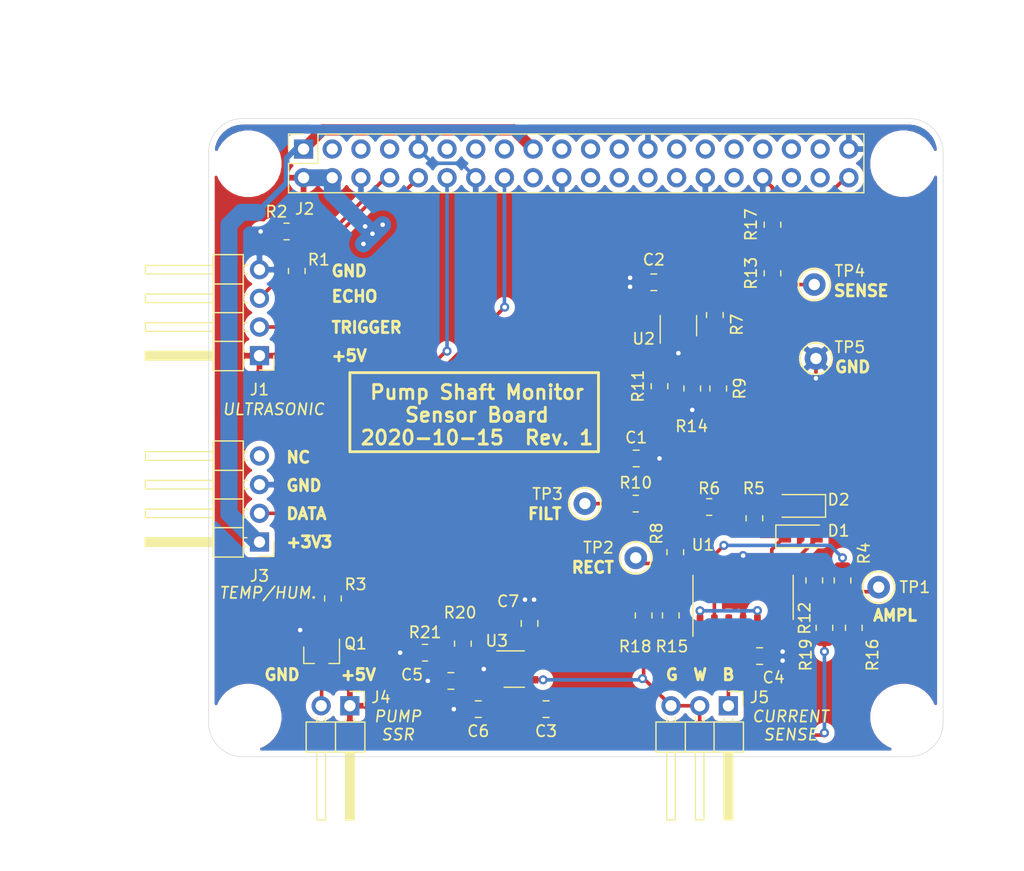
<source format=kicad_pcb>
(kicad_pcb (version 20171130) (host pcbnew 5.1.7)
  (layers (0 F.Cu signal) (31 B.Cu signal) (34 B.Paste user) (35 F.Paste user) (36 B.SilkS user) (37 F.SilkS user) (38 B.Mask user) (39 F.Mask user) (44 Edge.Cuts user))
  (net 0 "")
  (net 1 "Net-(C1-Pad1)")
  (net 2 GND)
  (net 3 "Net-(D1-Pad1)")
  (net 4 "Net-(D1-Pad2)")
  (net 5 "Net-(D2-Pad1)")
  (net 6 +2V5)
  (net 7 +5V)
  (net 8 "Net-(J2-Pad3)")
  (net 9 "Net-(J2-Pad5)")
  (net 10 "Net-(J2-Pad7)")
  (net 11 "Net-(J2-Pad11)")
  (net 12 "Net-(J2-Pad13)")
  (net 13 "Net-(J2-Pad15)")
  (net 14 "Net-(J2-Pad19)")
  (net 15 "Net-(J2-Pad22)")
  (net 16 "Net-(J2-Pad23)")
  (net 17 "Net-(J2-Pad24)")
  (net 18 "Net-(J2-Pad26)")
  (net 19 "Net-(J2-Pad27)")
  (net 20 "Net-(J2-Pad28)")
  (net 21 "Net-(J2-Pad29)")
  (net 22 "Net-(J2-Pad31)")
  (net 23 "Net-(J2-Pad33)")
  (net 24 "Net-(J2-Pad36)")
  (net 25 "Net-(J2-Pad37)")
  (net 26 "Net-(J2-Pad38)")
  (net 27 CURRENT_SENSE)
  (net 28 "Net-(R10-Pad2)")
  (net 29 "Net-(R11-Pad1)")
  (net 30 "Net-(R12-Pad2)")
  (net 31 "Net-(C5-Pad1)")
  (net 32 ULTRASONIC_TRIGGER)
  (net 33 "Net-(J1-Pad3)")
  (net 34 +3V3)
  (net 35 ULTRASONIC_ECHO)
  (net 36 TEMP_HUMIDITY)
  (net 37 SSR)
  (net 38 "Net-(J3-Pad4)")
  (net 39 "Net-(J4-Pad2)")
  (net 40 /current_sense/ROGOWSKI_COIL+)
  (net 41 "Net-(Q1-Pad1)")
  (net 42 "Net-(R4-Pad1)")
  (net 43 "Net-(R13-Pad2)")
  (net 44 "Net-(R14-Pad2)")
  (net 45 "Net-(R15-Pad1)")
  (net 46 "Net-(R15-Pad2)")
  (net 47 "Net-(R16-Pad2)")
  (net 48 "Net-(J2-Pad18)")
  (net 49 "Net-(J2-Pad21)")
  (net 50 "Net-(J2-Pad32)")
  (net 51 "Net-(J2-Pad35)")
  (module Resistor_SMD:R_0805_2012Metric_Pad1.20x1.40mm_HandSolder (layer F.Cu) (at 164.5 130.1 90)
    (fp_text reference R19 (at -2.4 -1.65 90) (layer F.SilkS))
    (fp_text value 1K hide)
    (pad 1 smd roundrect (at -1 0 90) (size 1.2 1.4) (layers F.Cu F.Paste F.Mask) (roundrect_rratio 0.208333) (net 6 +2V5))
    (pad 2 smd roundrect (at 1 0 90) (size 1.2 1.4) (layers F.Cu F.Paste F.Mask) (roundrect_rratio 0.208333) (net 47 "Net-(R16-Pad2)"))
  )
  (module Resistor_SMD:R_0805_2012Metric_Pad1.20x1.40mm_HandSolder (layer F.Cu) (at 117.8 98.5 90)
    (fp_text reference R1 (at 1 1.95 180) (layer F.SilkS))
    (fp_text value 12K hide)
    (pad 1 smd roundrect (at -1 0 90) (size 1.2 1.4) (layers F.Cu F.Paste F.Mask) (roundrect_rratio 0.208333) (net 33 "Net-(J1-Pad3)"))
    (pad 2 smd roundrect (at 1 0 90) (size 1.2 1.4) (layers F.Cu F.Paste F.Mask) (roundrect_rratio 0.208333) (net 35 ULTRASONIC_ECHO))
  )
  (module MountingHole:MountingHole_2.7mm_M2.5 (layer F.Cu) (at 113.5 89)
    (fp_text reference H1 hide)
    (fp_text value MountingHole hide)
    (pad 1 np_thru_hole circle (at 0 0) (size 2.7 2.7) (drill 2.7) (layers *.Cu *.Mask))
  )
  (module MountingHole:MountingHole_2.7mm_M2.5 (layer F.Cu) (at 171.5 89)
    (fp_text reference H3 hide)
    (fp_text value MountingHole hide)
    (pad 1 np_thru_hole circle (at 0 0) (size 2.7 2.7) (drill 2.7) (layers *.Cu *.Mask))
  )
  (module MountingHole:MountingHole_2.7mm_M2.5 (layer F.Cu) (at 113.5 138)
    (fp_text reference H2 hide)
    (fp_text value MountingHole hide)
    (pad 1 np_thru_hole circle (at 0 0) (size 2.7 2.7) (drill 2.7) (layers *.Cu *.Mask))
  )
  (module MountingHole:MountingHole_2.7mm_M2.5 (layer F.Cu) (at 171.5 138)
    (fp_text reference H4 hide)
    (fp_text value MountingHole hide)
    (pad 1 np_thru_hole circle (at 0 0) (size 2.7 2.7) (drill 2.7) (layers *.Cu *.Mask))
  )
  (module Capacitor_SMD:C_0805_2012Metric_Pad1.18x1.45mm_HandSolder (layer F.Cu) (at 147.8375 115.1)
    (fp_text reference C1 (at 0 -1.85) (layer F.SilkS))
    (fp_text value 1U hide)
    (pad 2 smd roundrect (at 1.0375 0) (size 1.175 1.45) (layers F.Cu F.Paste F.Mask) (roundrect_rratio 0.212766) (net 2 GND))
    (pad 1 smd roundrect (at -1.0375 0) (size 1.175 1.45) (layers F.Cu F.Paste F.Mask) (roundrect_rratio 0.212766) (net 1 "Net-(C1-Pad1)"))
  )
  (module Capacitor_SMD:C_0805_2012Metric_Pad1.18x1.45mm_HandSolder (layer F.Cu) (at 149.4 99.5 180)
    (fp_text reference C2 (at 0 2) (layer F.SilkS))
    (fp_text value 0.1U hide)
    (pad 2 smd roundrect (at 1.0375 0 180) (size 1.175 1.45) (layers F.Cu F.Paste F.Mask) (roundrect_rratio 0.212766) (net 2 GND))
    (pad 1 smd roundrect (at -1.0375 0 180) (size 1.175 1.45) (layers F.Cu F.Paste F.Mask) (roundrect_rratio 0.212766) (net 7 +5V))
  )
  (module Capacitor_SMD:C_0805_2012Metric_Pad1.18x1.45mm_HandSolder (layer F.Cu) (at 139.8625 137.3 180)
    (fp_text reference C3 (at 0 -1.95) (layer F.SilkS))
    (fp_text value 1U hide)
    (pad 1 smd roundrect (at -1.0375 0 180) (size 1.175 1.45) (layers F.Cu F.Paste F.Mask) (roundrect_rratio 0.212766) (net 7 +5V))
    (pad 2 smd roundrect (at 1.0375 0 180) (size 1.175 1.45) (layers F.Cu F.Paste F.Mask) (roundrect_rratio 0.212766) (net 6 +2V5))
  )
  (module Capacitor_SMD:C_0805_2012Metric_Pad1.18x1.45mm_HandSolder (layer F.Cu) (at 158.7625 132.6)
    (fp_text reference C4 (at 1.2375 1.9) (layer F.SilkS))
    (fp_text value 0.1U hide)
    (pad 1 smd roundrect (at -1.0375 0) (size 1.175 1.45) (layers F.Cu F.Paste F.Mask) (roundrect_rratio 0.212766) (net 7 +5V))
    (pad 2 smd roundrect (at 1.0375 0) (size 1.175 1.45) (layers F.Cu F.Paste F.Mask) (roundrect_rratio 0.212766) (net 2 GND))
  )
  (module Capacitor_SMD:C_0805_2012Metric_Pad1.18x1.45mm_HandSolder (layer F.Cu) (at 131.4375 134.8 180)
    (fp_text reference C5 (at 3.4375 0.55) (layer F.SilkS))
    (fp_text value 0.1U hide)
    (pad 1 smd roundrect (at -1.0375 0 180) (size 1.175 1.45) (layers F.Cu F.Paste F.Mask) (roundrect_rratio 0.212766) (net 31 "Net-(C5-Pad1)"))
    (pad 2 smd roundrect (at 1.0375 0 180) (size 1.175 1.45) (layers F.Cu F.Paste F.Mask) (roundrect_rratio 0.212766) (net 2 GND))
  )
  (module Capacitor_SMD:C_0805_2012Metric_Pad1.18x1.45mm_HandSolder (layer F.Cu) (at 133.8625 137.3 180)
    (fp_text reference C6 (at 0 -1.95) (layer F.SilkS))
    (fp_text value 1U hide)
    (pad 2 smd roundrect (at 1.0375 0 180) (size 1.175 1.45) (layers F.Cu F.Paste F.Mask) (roundrect_rratio 0.212766) (net 2 GND))
    (pad 1 smd roundrect (at -1.0375 0 180) (size 1.175 1.45) (layers F.Cu F.Paste F.Mask) (roundrect_rratio 0.212766) (net 6 +2V5))
  )
  (module Diode_SMD:D_SOD-123F (layer F.Cu) (at 162.4 119.3 180)
    (fp_text reference D1 (at -3.35 -2.2) (layer F.SilkS))
    (fp_text value 1N914 hide)
    (pad 1 smd rect (at -1.4 0 180) (size 1.1 1.1) (layers F.Cu F.Paste F.Mask) (net 3 "Net-(D1-Pad1)"))
    (pad 2 smd rect (at 1.4 0 180) (size 1.1 1.1) (layers F.Cu F.Paste F.Mask) (net 4 "Net-(D1-Pad2)"))
  )
  (module Diode_SMD:D_SOD-123F (layer F.Cu) (at 162.4 122)
    (fp_text reference D2 (at 3.35 -3.25) (layer F.SilkS))
    (fp_text value 1N914 hide)
    (pad 2 smd rect (at 1.4 0) (size 1.1 1.1) (layers F.Cu F.Paste F.Mask) (net 3 "Net-(D1-Pad1)"))
    (pad 1 smd rect (at -1.4 0) (size 1.1 1.1) (layers F.Cu F.Paste F.Mask) (net 5 "Net-(D2-Pad1)"))
  )
  (module Connector_PinHeader_2.54mm:PinHeader_1x04_P2.54mm_Horizontal (layer F.Cu) (at 114.5 106 180)
    (fp_text reference J1 (at 0 -3) (layer F.SilkS))
    (fp_text value Conn_01x04 hide)
    (pad 1 thru_hole rect (at 0 0 180) (size 1.7 1.7) (drill 1) (layers *.Cu *.Mask) (net 7 +5V))
    (pad 2 thru_hole oval (at 0 2.54 180) (size 1.7 1.7) (drill 1) (layers *.Cu *.Mask) (net 32 ULTRASONIC_TRIGGER))
    (pad 3 thru_hole oval (at 0 5.08 180) (size 1.7 1.7) (drill 1) (layers *.Cu *.Mask) (net 33 "Net-(J1-Pad3)"))
    (pad 4 thru_hole oval (at 0 7.62 180) (size 1.7 1.7) (drill 1) (layers *.Cu *.Mask) (net 2 GND))
  )
  (module Connector_PinSocket_2.54mm:PinSocket_2x20_P2.54mm_Vertical (layer F.Cu) (at 118.4 87.7 90)
    (fp_text reference J2 (at -5.3 0.1) (layer F.SilkS))
    (fp_text value RPI_HAT hide)
    (pad 1 thru_hole rect (at 0 0 90) (size 1.7 1.7) (drill 1) (layers *.Cu *.Mask) (net 34 +3V3))
    (pad 2 thru_hole oval (at -2.54 0 90) (size 1.7 1.7) (drill 1) (layers *.Cu *.Mask) (net 7 +5V))
    (pad 3 thru_hole oval (at 0 2.54 90) (size 1.7 1.7) (drill 1) (layers *.Cu *.Mask) (net 8 "Net-(J2-Pad3)"))
    (pad 4 thru_hole oval (at -2.54 2.54 90) (size 1.7 1.7) (drill 1) (layers *.Cu *.Mask) (net 7 +5V))
    (pad 5 thru_hole oval (at 0 5.08 90) (size 1.7 1.7) (drill 1) (layers *.Cu *.Mask) (net 9 "Net-(J2-Pad5)"))
    (pad 6 thru_hole oval (at -2.54 5.08 90) (size 1.7 1.7) (drill 1) (layers *.Cu *.Mask) (net 2 GND))
    (pad 7 thru_hole oval (at 0 7.62 90) (size 1.7 1.7) (drill 1) (layers *.Cu *.Mask) (net 10 "Net-(J2-Pad7)"))
    (pad 8 thru_hole oval (at -2.54 7.62 90) (size 1.7 1.7) (drill 1) (layers *.Cu *.Mask) (net 35 ULTRASONIC_ECHO))
    (pad 9 thru_hole oval (at 0 10.16 90) (size 1.7 1.7) (drill 1) (layers *.Cu *.Mask) (net 2 GND))
    (pad 10 thru_hole oval (at -2.54 10.16 90) (size 1.7 1.7) (drill 1) (layers *.Cu *.Mask) (net 32 ULTRASONIC_TRIGGER))
    (pad 11 thru_hole oval (at 0 12.7 90) (size 1.7 1.7) (drill 1) (layers *.Cu *.Mask) (net 11 "Net-(J2-Pad11)"))
    (pad 12 thru_hole oval (at -2.54 12.7 90) (size 1.7 1.7) (drill 1) (layers *.Cu *.Mask) (net 36 TEMP_HUMIDITY))
    (pad 13 thru_hole oval (at 0 15.24 90) (size 1.7 1.7) (drill 1) (layers *.Cu *.Mask) (net 12 "Net-(J2-Pad13)"))
    (pad 14 thru_hole oval (at -2.54 15.24 90) (size 1.7 1.7) (drill 1) (layers *.Cu *.Mask) (net 2 GND))
    (pad 15 thru_hole oval (at 0 17.78 90) (size 1.7 1.7) (drill 1) (layers *.Cu *.Mask) (net 13 "Net-(J2-Pad15)"))
    (pad 16 thru_hole oval (at -2.54 17.78 90) (size 1.7 1.7) (drill 1) (layers *.Cu *.Mask) (net 37 SSR))
    (pad 17 thru_hole oval (at 0 20.32 90) (size 1.7 1.7) (drill 1) (layers *.Cu *.Mask) (net 34 +3V3))
    (pad 18 thru_hole oval (at -2.54 20.32 90) (size 1.7 1.7) (drill 1) (layers *.Cu *.Mask) (net 48 "Net-(J2-Pad18)"))
    (pad 19 thru_hole oval (at 0 22.86 90) (size 1.7 1.7) (drill 1) (layers *.Cu *.Mask) (net 14 "Net-(J2-Pad19)"))
    (pad 20 thru_hole oval (at -2.54 22.86 90) (size 1.7 1.7) (drill 1) (layers *.Cu *.Mask) (net 2 GND))
    (pad 21 thru_hole oval (at 0 25.4 90) (size 1.7 1.7) (drill 1) (layers *.Cu *.Mask) (net 49 "Net-(J2-Pad21)"))
    (pad 22 thru_hole oval (at -2.54 25.4 90) (size 1.7 1.7) (drill 1) (layers *.Cu *.Mask) (net 15 "Net-(J2-Pad22)"))
    (pad 23 thru_hole oval (at 0 27.94 90) (size 1.7 1.7) (drill 1) (layers *.Cu *.Mask) (net 16 "Net-(J2-Pad23)"))
    (pad 24 thru_hole oval (at -2.54 27.94 90) (size 1.7 1.7) (drill 1) (layers *.Cu *.Mask) (net 17 "Net-(J2-Pad24)"))
    (pad 25 thru_hole oval (at 0 30.48 90) (size 1.7 1.7) (drill 1) (layers *.Cu *.Mask) (net 2 GND))
    (pad 26 thru_hole oval (at -2.54 30.48 90) (size 1.7 1.7) (drill 1) (layers *.Cu *.Mask) (net 18 "Net-(J2-Pad26)"))
    (pad 27 thru_hole oval (at 0 33.02 90) (size 1.7 1.7) (drill 1) (layers *.Cu *.Mask) (net 19 "Net-(J2-Pad27)"))
    (pad 28 thru_hole oval (at -2.54 33.02 90) (size 1.7 1.7) (drill 1) (layers *.Cu *.Mask) (net 20 "Net-(J2-Pad28)"))
    (pad 29 thru_hole oval (at 0 35.56 90) (size 1.7 1.7) (drill 1) (layers *.Cu *.Mask) (net 21 "Net-(J2-Pad29)"))
    (pad 30 thru_hole oval (at -2.54 35.56 90) (size 1.7 1.7) (drill 1) (layers *.Cu *.Mask) (net 2 GND))
    (pad 31 thru_hole oval (at 0 38.1 90) (size 1.7 1.7) (drill 1) (layers *.Cu *.Mask) (net 22 "Net-(J2-Pad31)"))
    (pad 32 thru_hole oval (at -2.54 38.1 90) (size 1.7 1.7) (drill 1) (layers *.Cu *.Mask) (net 50 "Net-(J2-Pad32)"))
    (pad 33 thru_hole oval (at 0 40.64 90) (size 1.7 1.7) (drill 1) (layers *.Cu *.Mask) (net 23 "Net-(J2-Pad33)"))
    (pad 34 thru_hole oval (at -2.54 40.64 90) (size 1.7 1.7) (drill 1) (layers *.Cu *.Mask) (net 2 GND))
    (pad 35 thru_hole oval (at 0 43.18 90) (size 1.7 1.7) (drill 1) (layers *.Cu *.Mask) (net 51 "Net-(J2-Pad35)"))
    (pad 36 thru_hole oval (at -2.54 43.18 90) (size 1.7 1.7) (drill 1) (layers *.Cu *.Mask) (net 24 "Net-(J2-Pad36)"))
    (pad 37 thru_hole oval (at 0 45.72 90) (size 1.7 1.7) (drill 1) (layers *.Cu *.Mask) (net 25 "Net-(J2-Pad37)"))
    (pad 38 thru_hole oval (at -2.54 45.72 90) (size 1.7 1.7) (drill 1) (layers *.Cu *.Mask) (net 26 "Net-(J2-Pad38)"))
    (pad 39 thru_hole oval (at 0 48.26 90) (size 1.7 1.7) (drill 1) (layers *.Cu *.Mask) (net 2 GND))
    (pad 40 thru_hole oval (at -2.54 48.26 90) (size 1.7 1.7) (drill 1) (layers *.Cu *.Mask) (net 27 CURRENT_SENSE))
  )
  (module Connector_PinHeader_2.54mm:PinHeader_1x04_P2.54mm_Horizontal (layer F.Cu) (at 114.5 122.5 180)
    (fp_text reference J3 (at 0 -3) (layer F.SilkS))
    (fp_text value Conn_01x04 hide)
    (pad 4 thru_hole oval (at 0 7.62 180) (size 1.7 1.7) (drill 1) (layers *.Cu *.Mask) (net 38 "Net-(J3-Pad4)"))
    (pad 3 thru_hole oval (at 0 5.08 180) (size 1.7 1.7) (drill 1) (layers *.Cu *.Mask) (net 2 GND))
    (pad 2 thru_hole oval (at 0 2.54 180) (size 1.7 1.7) (drill 1) (layers *.Cu *.Mask) (net 36 TEMP_HUMIDITY))
    (pad 1 thru_hole rect (at 0 0 180) (size 1.7 1.7) (drill 1) (layers *.Cu *.Mask) (net 34 +3V3))
  )
  (module Connector_PinHeader_2.54mm:PinHeader_1x02_P2.54mm_Horizontal (layer F.Cu) (at 122.5 137 270)
    (fp_text reference J4 (at -0.75 -2.75 180) (layer F.SilkS))
    (fp_text value Conn_01x02 hide)
    (pad 1 thru_hole rect (at 0 0 270) (size 1.7 1.7) (drill 1) (layers *.Cu *.Mask) (net 7 +5V))
    (pad 2 thru_hole oval (at 0 2.54 270) (size 1.7 1.7) (drill 1) (layers *.Cu *.Mask) (net 39 "Net-(J4-Pad2)"))
  )
  (module Connector_PinHeader_2.54mm:PinHeader_1x03_P2.54mm_Horizontal (layer F.Cu) (at 156 137 270)
    (fp_text reference J5 (at -0.75 -2.75 180) (layer F.SilkS))
    (fp_text value Conn_01x03 hide)
    (pad 1 thru_hole rect (at 0 0 270) (size 1.7 1.7) (drill 1) (layers *.Cu *.Mask) (net 40 /current_sense/ROGOWSKI_COIL+))
    (pad 2 thru_hole oval (at 0 2.54 270) (size 1.7 1.7) (drill 1) (layers *.Cu *.Mask) (net 6 +2V5))
    (pad 3 thru_hole oval (at 0 5.08 270) (size 1.7 1.7) (drill 1) (layers *.Cu *.Mask) (net 6 +2V5))
  )
  (module Package_TO_SOT_SMD:SOT-23 (layer F.Cu) (at 120 132.5 270)
    (fp_text reference Q1 (at -1 -3 180) (layer F.SilkS))
    (fp_text value 2N7002 hide)
    (pad 1 smd rect (at -1 -0.95 270) (size 0.9 0.8) (layers F.Cu F.Paste F.Mask) (net 41 "Net-(Q1-Pad1)"))
    (pad 2 smd rect (at -1 0.95 270) (size 0.9 0.8) (layers F.Cu F.Paste F.Mask) (net 2 GND))
    (pad 3 smd rect (at 1 0 270) (size 0.9 0.8) (layers F.Cu F.Paste F.Mask) (net 39 "Net-(J4-Pad2)"))
  )
  (module Resistor_SMD:R_0805_2012Metric_Pad1.20x1.40mm_HandSolder (layer F.Cu) (at 116.9 95 180)
    (fp_text reference R2 (at 0.9 1.75) (layer F.SilkS))
    (fp_text value 22K hide)
    (pad 2 smd roundrect (at 1 0 180) (size 1.2 1.4) (layers F.Cu F.Paste F.Mask) (roundrect_rratio 0.208333) (net 2 GND))
    (pad 1 smd roundrect (at -1 0 180) (size 1.2 1.4) (layers F.Cu F.Paste F.Mask) (roundrect_rratio 0.208333) (net 35 ULTRASONIC_ECHO))
  )
  (module Resistor_SMD:R_0805_2012Metric_Pad1.20x1.40mm_HandSolder (layer F.Cu) (at 121 127.5 90)
    (fp_text reference R3 (at 1.25 2 180) (layer F.SilkS))
    (fp_text value 1K hide)
    (pad 1 smd roundrect (at -1 0 90) (size 1.2 1.4) (layers F.Cu F.Paste F.Mask) (roundrect_rratio 0.208333) (net 41 "Net-(Q1-Pad1)"))
    (pad 2 smd roundrect (at 1 0 90) (size 1.2 1.4) (layers F.Cu F.Paste F.Mask) (roundrect_rratio 0.208333) (net 37 SSR))
  )
  (module Resistor_SMD:R_0805_2012Metric_Pad1.20x1.40mm_HandSolder (layer F.Cu) (at 166.1 125.9 270)
    (fp_text reference R4 (at -2.4 -1.9 90) (layer F.SilkS))
    (fp_text value 10K hide)
    (pad 2 smd roundrect (at 1 0 270) (size 1.2 1.4) (layers F.Cu F.Paste F.Mask) (roundrect_rratio 0.208333) (net 30 "Net-(R12-Pad2)"))
    (pad 1 smd roundrect (at -1 0 270) (size 1.2 1.4) (layers F.Cu F.Paste F.Mask) (roundrect_rratio 0.208333) (net 42 "Net-(R4-Pad1)"))
  )
  (module Resistor_SMD:R_0805_2012Metric_Pad1.20x1.40mm_HandSolder (layer F.Cu) (at 158.3 120.4 270)
    (fp_text reference R5 (at -2.65 0.05 180) (layer F.SilkS))
    (fp_text value 10K hide)
    (pad 1 smd roundrect (at -1 0 270) (size 1.2 1.4) (layers F.Cu F.Paste F.Mask) (roundrect_rratio 0.208333) (net 4 "Net-(D1-Pad2)"))
    (pad 2 smd roundrect (at 1 0 270) (size 1.2 1.4) (layers F.Cu F.Paste F.Mask) (roundrect_rratio 0.208333) (net 5 "Net-(D2-Pad1)"))
  )
  (module Resistor_SMD:R_0805_2012Metric_Pad1.20x1.40mm_HandSolder (layer F.Cu) (at 154.3 119.4)
    (fp_text reference R6 (at 0 -1.65) (layer F.SilkS))
    (fp_text value 5K hide)
    (pad 2 smd roundrect (at 1 0) (size 1.2 1.4) (layers F.Cu F.Paste F.Mask) (roundrect_rratio 0.208333) (net 4 "Net-(D1-Pad2)"))
    (pad 1 smd roundrect (at -1 0) (size 1.2 1.4) (layers F.Cu F.Paste F.Mask) (roundrect_rratio 0.208333) (net 42 "Net-(R4-Pad1)"))
  )
  (module Resistor_SMD:R_0805_2012Metric_Pad1.20x1.40mm_HandSolder (layer F.Cu) (at 154.8 102.4 270)
    (fp_text reference R7 (at 0.85 -1.95 90) (layer F.SilkS))
    (fp_text value 330K hide)
    (pad 1 smd roundrect (at -1 0 270) (size 1.2 1.4) (layers F.Cu F.Paste F.Mask) (roundrect_rratio 0.208333) (net 43 "Net-(R13-Pad2)"))
    (pad 2 smd roundrect (at 1 0 270) (size 1.2 1.4) (layers F.Cu F.Paste F.Mask) (roundrect_rratio 0.208333) (net 29 "Net-(R11-Pad1)"))
  )
  (module Resistor_SMD:R_0805_2012Metric_Pad1.20x1.40mm_HandSolder (layer F.Cu) (at 151.3 123.4 90)
    (fp_text reference R8 (at 1.65 -1.65 90) (layer F.SilkS))
    (fp_text value 10K hide)
    (pad 2 smd roundrect (at 1 0 90) (size 1.2 1.4) (layers F.Cu F.Paste F.Mask) (roundrect_rratio 0.208333) (net 42 "Net-(R4-Pad1)"))
    (pad 1 smd roundrect (at -1 0 90) (size 1.2 1.4) (layers F.Cu F.Paste F.Mask) (roundrect_rratio 0.208333) (net 28 "Net-(R10-Pad2)"))
  )
  (module Resistor_SMD:R_0805_2012Metric_Pad1.20x1.40mm_HandSolder (layer F.Cu) (at 155.1 108.9 270)
    (fp_text reference R9 (at 0 -1.9 90) (layer F.SilkS))
    (fp_text value 18K hide)
    (pad 2 smd roundrect (at 1 0 270) (size 1.2 1.4) (layers F.Cu F.Paste F.Mask) (roundrect_rratio 0.208333) (net 7 +5V))
    (pad 1 smd roundrect (at -1 0 270) (size 1.2 1.4) (layers F.Cu F.Paste F.Mask) (roundrect_rratio 0.208333) (net 44 "Net-(R14-Pad2)"))
  )
  (module Resistor_SMD:R_0805_2012Metric_Pad1.20x1.40mm_HandSolder (layer F.Cu) (at 147.8 119.1)
    (fp_text reference R10 (at 0 -1.85) (layer F.SilkS))
    (fp_text value 10K hide)
    (pad 1 smd roundrect (at -1 0) (size 1.2 1.4) (layers F.Cu F.Paste F.Mask) (roundrect_rratio 0.208333) (net 1 "Net-(C1-Pad1)"))
    (pad 2 smd roundrect (at 1 0) (size 1.2 1.4) (layers F.Cu F.Paste F.Mask) (roundrect_rratio 0.208333) (net 28 "Net-(R10-Pad2)"))
  )
  (module Resistor_SMD:R_0805_2012Metric_Pad1.20x1.40mm_HandSolder (layer F.Cu) (at 149.9 108.7 270)
    (fp_text reference R11 (at 0 1.9 90) (layer F.SilkS))
    (fp_text value 6.8K hide)
    (pad 2 smd roundrect (at 1 0 270) (size 1.2 1.4) (layers F.Cu F.Paste F.Mask) (roundrect_rratio 0.208333) (net 1 "Net-(C1-Pad1)"))
    (pad 1 smd roundrect (at -1 0 270) (size 1.2 1.4) (layers F.Cu F.Paste F.Mask) (roundrect_rratio 0.208333) (net 29 "Net-(R11-Pad1)"))
  )
  (module Resistor_SMD:R_0805_2012Metric_Pad1.20x1.40mm_HandSolder (layer F.Cu) (at 163.6 125.9 270)
    (fp_text reference R12 (at 3.35 0.85 270) (layer F.SilkS))
    (fp_text value 10K hide)
    (pad 2 smd roundrect (at 1 0 270) (size 1.2 1.4) (layers F.Cu F.Paste F.Mask) (roundrect_rratio 0.208333) (net 30 "Net-(R12-Pad2)"))
    (pad 1 smd roundrect (at -1 0 270) (size 1.2 1.4) (layers F.Cu F.Paste F.Mask) (roundrect_rratio 0.208333) (net 5 "Net-(D2-Pad1)"))
  )
  (module Resistor_SMD:R_0805_2012Metric_Pad1.20x1.40mm_HandSolder (layer F.Cu) (at 159.9 98.7 270)
    (fp_text reference R13 (at 0 1.9 90) (layer F.SilkS))
    (fp_text value 12K hide)
    (pad 2 smd roundrect (at 1 0 270) (size 1.2 1.4) (layers F.Cu F.Paste F.Mask) (roundrect_rratio 0.208333) (net 43 "Net-(R13-Pad2)"))
    (pad 1 smd roundrect (at -1 0 270) (size 1.2 1.4) (layers F.Cu F.Paste F.Mask) (roundrect_rratio 0.208333) (net 27 CURRENT_SENSE))
  )
  (module Resistor_SMD:R_0805_2012Metric_Pad1.20x1.40mm_HandSolder (layer F.Cu) (at 152.8 108.9 90)
    (fp_text reference R14 (at -3.35 -0.05 180) (layer F.SilkS))
    (fp_text value 22K hide)
    (pad 1 smd roundrect (at -1 0 90) (size 1.2 1.4) (layers F.Cu F.Paste F.Mask) (roundrect_rratio 0.208333) (net 2 GND))
    (pad 2 smd roundrect (at 1 0 90) (size 1.2 1.4) (layers F.Cu F.Paste F.Mask) (roundrect_rratio 0.208333) (net 44 "Net-(R14-Pad2)"))
  )
  (module Resistor_SMD:R_0805_2012Metric_Pad1.20x1.40mm_HandSolder (layer F.Cu) (at 150.9 129 90)
    (fp_text reference R15 (at -2.75 0.1) (layer F.SilkS))
    (fp_text value 47K hide)
    (pad 1 smd roundrect (at -1 0 90) (size 1.2 1.4) (layers F.Cu F.Paste F.Mask) (roundrect_rratio 0.208333) (net 45 "Net-(R15-Pad1)"))
    (pad 2 smd roundrect (at 1 0 90) (size 1.2 1.4) (layers F.Cu F.Paste F.Mask) (roundrect_rratio 0.208333) (net 46 "Net-(R15-Pad2)"))
  )
  (module Resistor_SMD:R_0805_2012Metric_Pad1.20x1.40mm_HandSolder (layer F.Cu) (at 167.1 130.1 270)
    (fp_text reference R16 (at 2.4 -1.65 90) (layer F.SilkS))
    (fp_text value 68K hide)
    (pad 2 smd roundrect (at 1 0 270) (size 1.2 1.4) (layers F.Cu F.Paste F.Mask) (roundrect_rratio 0.208333) (net 47 "Net-(R16-Pad2)"))
    (pad 1 smd roundrect (at -1 0 270) (size 1.2 1.4) (layers F.Cu F.Paste F.Mask) (roundrect_rratio 0.208333) (net 30 "Net-(R12-Pad2)"))
  )
  (module Resistor_SMD:R_0805_2012Metric_Pad1.20x1.40mm_HandSolder (layer F.Cu) (at 159.9 94.4 90)
    (fp_text reference R17 (at 0 -1.9 90) (layer F.SilkS))
    (fp_text value 22K hide)
    (pad 1 smd roundrect (at -1 0 90) (size 1.2 1.4) (layers F.Cu F.Paste F.Mask) (roundrect_rratio 0.208333) (net 27 CURRENT_SENSE))
    (pad 2 smd roundrect (at 1 0 90) (size 1.2 1.4) (layers F.Cu F.Paste F.Mask) (roundrect_rratio 0.208333) (net 2 GND))
  )
  (module Resistor_SMD:R_0805_2012Metric_Pad1.20x1.40mm_HandSolder (layer F.Cu) (at 148.5 129 90)
    (fp_text reference R18 (at -2.75 -0.75) (layer F.SilkS))
    (fp_text value 1K hide)
    (pad 2 smd roundrect (at 1 0 90) (size 1.2 1.4) (layers F.Cu F.Paste F.Mask) (roundrect_rratio 0.208333) (net 46 "Net-(R15-Pad2)"))
    (pad 1 smd roundrect (at -1 0 90) (size 1.2 1.4) (layers F.Cu F.Paste F.Mask) (roundrect_rratio 0.208333) (net 6 +2V5))
  )
  (module Resistor_SMD:R_0805_2012Metric_Pad1.20x1.40mm_HandSolder (layer F.Cu) (at 132.5 131.5 270)
    (fp_text reference R20 (at -2.75 0.25 180) (layer F.SilkS))
    (fp_text value 100K hide)
    (pad 1 smd roundrect (at -1 0 270) (size 1.2 1.4) (layers F.Cu F.Paste F.Mask) (roundrect_rratio 0.208333) (net 7 +5V))
    (pad 2 smd roundrect (at 1 0 270) (size 1.2 1.4) (layers F.Cu F.Paste F.Mask) (roundrect_rratio 0.208333) (net 31 "Net-(C5-Pad1)"))
  )
  (module Resistor_SMD:R_0805_2012Metric_Pad1.20x1.40mm_HandSolder (layer F.Cu) (at 129.15 132.3 180)
    (fp_text reference R21 (at 0 1.8) (layer F.SilkS))
    (fp_text value 100K hide)
    (pad 1 smd roundrect (at -1 0 180) (size 1.2 1.4) (layers F.Cu F.Paste F.Mask) (roundrect_rratio 0.208333) (net 31 "Net-(C5-Pad1)"))
    (pad 2 smd roundrect (at 1 0 180) (size 1.2 1.4) (layers F.Cu F.Paste F.Mask) (roundrect_rratio 0.208333) (net 2 GND))
  )
  (module TestPoint:TestPoint_Keystone_5000-5004_Miniature (layer F.Cu) (at 169.3 126.5)
    (fp_text reference TP1 (at 3.2 0) (layer F.SilkS))
    (fp_text value AMPL hide)
    (pad 1 thru_hole circle (at 0 0) (size 2 2) (drill 1) (layers *.Cu *.Mask) (net 30 "Net-(R12-Pad2)"))
  )
  (module TestPoint:TestPoint_Keystone_5000-5004_Miniature (layer F.Cu) (at 147.8 123.9 90)
    (fp_text reference TP2 (at 0.9 -3.3 180) (layer F.SilkS))
    (fp_text value RECT hide)
    (pad 1 thru_hole circle (at 0 0 90) (size 2 2) (drill 1) (layers *.Cu *.Mask) (net 28 "Net-(R10-Pad2)"))
  )
  (module TestPoint:TestPoint_Keystone_5000-5004_Miniature (layer F.Cu) (at 143.3 119.1)
    (fp_text reference TP3 (at -3.3 -0.85 180) (layer F.SilkS))
    (fp_text value FILT hide)
    (pad 1 thru_hole circle (at 0 0) (size 2 2) (drill 1) (layers *.Cu *.Mask) (net 1 "Net-(C1-Pad1)"))
  )
  (module TestPoint:TestPoint_Keystone_5000-5004_Miniature (layer F.Cu) (at 163.6 99.7)
    (fp_text reference TP4 (at 3.15 -1.2) (layer F.SilkS))
    (fp_text value SENSE hide)
    (pad 1 thru_hole circle (at 0 0) (size 2 2) (drill 1) (layers *.Cu *.Mask) (net 43 "Net-(R13-Pad2)"))
  )
  (module Package_SO:SO-14_3.9x8.65mm_P1.27mm (layer F.Cu) (at 157.3 127.4 90)
    (fp_text reference U1 (at 4.65 -3.55 180) (layer F.SilkS))
    (fp_text value TLV4333 hide)
    (pad 1 smd roundrect (at -2.475 -3.81 90) (size 1.95 0.6) (layers F.Cu F.Paste F.Mask) (net 45 "Net-(R15-Pad1)"))
    (pad 2 smd roundrect (at -2.475 -2.54 90) (size 1.95 0.6) (layers F.Cu F.Paste F.Mask) (net 46 "Net-(R15-Pad2)"))
    (pad 3 smd roundrect (at -2.475 -1.27 90) (size 1.95 0.6) (layers F.Cu F.Paste F.Mask) (net 40 /current_sense/ROGOWSKI_COIL+))
    (pad 4 smd roundrect (at -2.475 0 90) (size 1.95 0.6) (layers F.Cu F.Paste F.Mask) (net 7 +5V))
    (pad 5 smd roundrect (at -2.475 1.27 90) (size 1.95 0.6) (layers F.Cu F.Paste F.Mask) (net 45 "Net-(R15-Pad1)"))
    (pad 6 smd roundrect (at -2.475 2.54 90) (size 1.95 0.6) (layers F.Cu F.Paste F.Mask) (net 47 "Net-(R16-Pad2)"))
    (pad 7 smd roundrect (at -2.475 3.81 90) (size 1.95 0.6) (layers F.Cu F.Paste F.Mask) (net 30 "Net-(R12-Pad2)"))
    (pad 8 smd roundrect (at 2.475 3.81 90) (size 1.95 0.6) (layers F.Cu F.Paste F.Mask) (net 3 "Net-(D1-Pad1)"))
    (pad 9 smd roundrect (at 2.475 2.54 90) (size 1.95 0.6) (layers F.Cu F.Paste F.Mask) (net 5 "Net-(D2-Pad1)"))
    (pad 10 smd roundrect (at 2.475 1.27 90) (size 1.95 0.6) (layers F.Cu F.Paste F.Mask) (net 6 +2V5))
    (pad 11 smd roundrect (at 2.475 0 90) (size 1.95 0.6) (layers F.Cu F.Paste F.Mask) (net 2 GND))
    (pad 12 smd roundrect (at 2.475 -1.27 90) (size 1.95 0.6) (layers F.Cu F.Paste F.Mask) (net 6 +2V5))
    (pad 13 smd roundrect (at 2.475 -2.54 90) (size 1.95 0.6) (layers F.Cu F.Paste F.Mask) (net 42 "Net-(R4-Pad1)"))
    (pad 14 smd roundrect (at 2.475 -3.81 90) (size 1.95 0.6) (layers F.Cu F.Paste F.Mask) (net 28 "Net-(R10-Pad2)"))
  )
  (module Package_TO_SOT_SMD:SOT-23-5_HandSoldering (layer F.Cu) (at 151.575001 103.344999 90)
    (fp_text reference U2 (at -1.155001 -3.075001 180) (layer F.SilkS))
    (fp_text value LMV331 hide)
    (pad 5 smd rect (at 1.35 -0.95 90) (size 1.56 0.65) (layers F.Cu F.Paste F.Mask) (net 7 +5V))
    (pad 4 smd rect (at 1.35 0.95 90) (size 1.56 0.65) (layers F.Cu F.Paste F.Mask) (net 43 "Net-(R13-Pad2)"))
    (pad 3 smd rect (at -1.35 0.95 90) (size 1.56 0.65) (layers F.Cu F.Paste F.Mask) (net 44 "Net-(R14-Pad2)"))
    (pad 2 smd rect (at -1.35 0 90) (size 1.56 0.65) (layers F.Cu F.Paste F.Mask) (net 2 GND))
    (pad 1 smd rect (at -1.35 -0.95 90) (size 1.56 0.65) (layers F.Cu F.Paste F.Mask) (net 29 "Net-(R11-Pad1)"))
  )
  (module Package_TO_SOT_SMD:SOT-23-5_HandSoldering (layer F.Cu) (at 137.05 133.75)
    (fp_text reference U3 (at -1.55 -2.5) (layer F.SilkS))
    (fp_text value LMV321 hide)
    (pad 1 smd rect (at -1.35 -0.95) (size 1.56 0.65) (layers F.Cu F.Paste F.Mask) (net 6 +2V5))
    (pad 2 smd rect (at -1.35 0) (size 1.56 0.65) (layers F.Cu F.Paste F.Mask) (net 2 GND))
    (pad 3 smd rect (at -1.35 0.95) (size 1.56 0.65) (layers F.Cu F.Paste F.Mask) (net 31 "Net-(C5-Pad1)"))
    (pad 4 smd rect (at 1.35 0.95) (size 1.56 0.65) (layers F.Cu F.Paste F.Mask) (net 6 +2V5))
    (pad 5 smd rect (at 1.35 -0.95) (size 1.56 0.65) (layers F.Cu F.Paste F.Mask) (net 7 +5V))
  )
  (module TestPoint:TestPoint_Keystone_5000-5004_Miniature (layer F.Cu) (at 163.75 106.25)
    (fp_text reference TP5 (at 3 -1) (layer F.SilkS))
    (fp_text value GND)
    (pad 1 thru_hole circle (at 0 0) (size 2 2) (drill 1) (layers *.Cu *.Mask) (net 2 GND))
  )
  (module Capacitor_SMD:C_0805_2012Metric_Pad1.18x1.45mm_HandSolder (layer F.Cu) (at 138.4 129.7125 90)
    (fp_text reference C7 (at 1.9625 -1.9 180) (layer F.SilkS))
    (fp_text value 0.1U)
    (pad 1 smd roundrect (at -1.0375 0 90) (size 1.175 1.45) (layers F.Cu F.Paste F.Mask) (roundrect_rratio 0.212766) (net 7 +5V))
    (pad 2 smd roundrect (at 1.0375 0 90) (size 1.175 1.45) (layers F.Cu F.Paste F.Mask) (roundrect_rratio 0.212766) (net 2 GND))
  )
  (gr_text GND (at 167 107) (layer F.SilkS) (effects (font (size 1 1) (thickness 0.25))))
  (gr_line (start 144.5 107.5) (end 122.5 107.5) (layer F.SilkS) (width 0.25))
  (gr_line (start 144.5 114.5) (end 144.5 107.5) (layer F.SilkS) (width 0.25))
  (gr_line (start 122.5 114.5) (end 144.5 114.5) (layer F.SilkS) (width 0.25))
  (gr_line (start 122.5 107.5) (end 122.5 114.5) (layer F.SilkS) (width 0.25))
  (gr_text "Pump Shaft Monitor\nSensor Board\n2020-10-15  Rev. 1" (at 133.75 111.25) (layer F.SilkS) (effects (font (size 1.25 1.25) (thickness 0.25))))
  (gr_text G (at 151 134.25) (layer F.SilkS) (effects (font (size 1 1) (thickness 0.25))))
  (gr_text W (at 153.5 134.25) (layer F.SilkS) (effects (font (size 1 1) (thickness 0.25))))
  (gr_text B (at 156 134.25) (layer F.SilkS) (effects (font (size 1 1) (thickness 0.25))))
  (gr_text GND (at 116.5 134.25) (layer F.SilkS) (effects (font (size 1 1) (thickness 0.25))))
  (gr_text +5V (at 123.25 134.25) (layer F.SilkS) (effects (font (size 1 1) (thickness 0.25))))
  (gr_text +5V (at 120.75 106) (layer F.SilkS) (effects (font (size 1 1) (thickness 0.25)) (justify left)))
  (gr_text TRIGGER (at 120.75 103.5) (layer F.SilkS) (effects (font (size 1 1) (thickness 0.25)) (justify left)))
  (gr_text ECHO (at 120.75 100.75) (layer F.SilkS) (effects (font (size 1 1) (thickness 0.25)) (justify left)))
  (gr_text GND (at 120.75 98.5) (layer F.SilkS) (effects (font (size 1 1) (thickness 0.25)) (justify left)))
  (gr_text NC (at 116.75 115) (layer F.SilkS) (effects (font (size 1 1) (thickness 0.25)) (justify left)))
  (gr_text DATA (at 116.75 120) (layer F.SilkS) (effects (font (size 1 1) (thickness 0.25)) (justify left)))
  (gr_text +3V3 (at 116.75 122.5) (layer F.SilkS) (effects (font (size 1 1) (thickness 0.25)) (justify left)))
  (gr_text GND (at 116.75 117.5) (layer F.SilkS) (effects (font (size 1 1) (thickness 0.25)) (justify left)))
  (gr_text "CURRENT\nSENSE" (at 161.5 138.75) (layer F.SilkS) (effects (font (size 1 1) (thickness 0.15) italic)))
  (gr_text "PUMP\nSSR" (at 126.75 138.75) (layer F.SilkS) (effects (font (size 1 1) (thickness 0.15) italic)))
  (gr_text TEMP/HUM. (at 115.25 127) (layer F.SilkS) (effects (font (size 1 1) (thickness 0.15) italic)))
  (gr_text ULTRASONIC (at 115.75 110.75) (layer F.SilkS) (effects (font (size 1 1) (thickness 0.15) italic)))
  (gr_text SENSE (at 167.75 100.25) (layer F.SilkS) (effects (font (size 1 1) (thickness 0.25))))
  (gr_text FILT (at 139.75 120) (layer F.SilkS) (effects (font (size 1 1) (thickness 0.25))))
  (gr_text RECT (at 144 124.75) (layer F.SilkS) (effects (font (size 1 1) (thickness 0.25))))
  (gr_text AMPL (at 170.75 129) (layer F.SilkS) (effects (font (size 1 1) (thickness 0.25))))
  (gr_arc (start 113 138.5) (end 110 138.5) (angle -90) (layer Edge.Cuts) (width 0.05))
  (gr_arc (start 172 138.5) (end 172 141.5) (angle -90) (layer Edge.Cuts) (width 0.05))
  (gr_arc (start 113 88) (end 113 85) (angle -90) (layer Edge.Cuts) (width 0.05))
  (gr_arc (start 172 88) (end 175 88) (angle -90) (layer Edge.Cuts) (width 0.05))
  (gr_line (start 110 138.5) (end 110 88) (layer Edge.Cuts) (width 0.05))
  (gr_line (start 172 141.5) (end 113 141.5) (layer Edge.Cuts) (width 0.05))
  (gr_line (start 175 88) (end 175 138.5) (layer Edge.Cuts) (width 0.05))
  (gr_line (start 113 85) (end 172 85) (layer Edge.Cuts) (width 0.05))
  (via (at 138 127.6) (size 0.8) (drill 0.4) (layers F.Cu B.Cu) (net 2))
  (via (at 138.8 127.6) (size 0.8) (drill 0.4) (layers F.Cu B.Cu) (net 2))
  (via (at 160.8 132.2) (size 0.8) (drill 0.4) (layers F.Cu B.Cu) (net 2))
  (via (at 160.8 133) (size 0.8) (drill 0.4) (layers F.Cu B.Cu) (net 2))
  (segment (start 146.8 119.1) (end 146.8 115.1) (width 0.32) (layer F.Cu) (net 1))
  (segment (start 146.8 119.1) (end 143.3 119.1) (width 0.32) (layer F.Cu) (net 1))
  (segment (start 146.8 112.8) (end 149.9 109.7) (width 0.32) (layer F.Cu) (net 1))
  (segment (start 146.8 115.1) (end 146.8 112.8) (width 0.32) (layer F.Cu) (net 1))
  (via (at 118.1 130.3) (size 0.8) (drill 0.4) (layers F.Cu B.Cu) (net 2))
  (segment (start 135.7 133.75) (end 134.35 133.75) (width 0.5) (layer F.Cu) (net 2))
  (via (at 134.35 133.75) (size 0.8) (drill 0.4) (layers F.Cu B.Cu) (net 2))
  (segment (start 132.825 137.3) (end 131.7 137.3) (width 0.5) (layer F.Cu) (net 2))
  (via (at 131.7 137.3) (size 0.8) (drill 0.4) (layers F.Cu B.Cu) (net 2))
  (segment (start 130.4 134.8) (end 129.4 134.8) (width 0.5) (layer F.Cu) (net 2))
  (via (at 129.4 134.8) (size 0.8) (drill 0.4) (layers F.Cu B.Cu) (net 2))
  (segment (start 128.15 132.3) (end 126.95 132.3) (width 0.5) (layer F.Cu) (net 2))
  (via (at 126.95 132.3) (size 0.8) (drill 0.4) (layers F.Cu B.Cu) (net 2))
  (segment (start 119.05 131.25) (end 118.1 130.3) (width 0.32) (layer F.Cu) (net 2))
  (segment (start 119.05 131.5) (end 119.05 131.25) (width 0.32) (layer F.Cu) (net 2))
  (segment (start 157.3 124.925) (end 157.3 123.7) (width 0.32) (layer F.Cu) (net 2))
  (via (at 157.3 123.7) (size 0.8) (drill 0.4) (layers F.Cu B.Cu) (net 2))
  (segment (start 148.875 115.1) (end 149.9 115.1) (width 0.32) (layer F.Cu) (net 2))
  (via (at 149.9 115.1) (size 0.8) (drill 0.4) (layers F.Cu B.Cu) (net 2))
  (segment (start 151.575001 104.694999) (end 151.575001 105.775001) (width 0.32) (layer F.Cu) (net 2))
  (via (at 151.575001 105.775001) (size 0.8) (drill 0.4) (layers F.Cu B.Cu) (net 2))
  (segment (start 152.8 109.9) (end 152.8 110.8) (width 0.32) (layer F.Cu) (net 2))
  (via (at 152.8 110.8) (size 0.8) (drill 0.4) (layers F.Cu B.Cu) (net 2))
  (via (at 147.3 99.9) (size 0.8) (drill 0.4) (layers F.Cu B.Cu) (net 2))
  (via (at 114.6 95) (size 0.8) (drill 0.4) (layers F.Cu B.Cu) (net 2))
  (segment (start 115.9 95) (end 114.6 95) (width 0.32) (layer F.Cu) (net 2))
  (segment (start 163.75 106.25) (end 163.75 108) (width 0.32) (layer F.Cu) (net 2))
  (via (at 163.75 108) (size 0.8) (drill 0.4) (layers F.Cu B.Cu) (net 2))
  (via (at 147.3 99.1) (size 0.8) (drill 0.4) (layers F.Cu B.Cu) (net 2))
  (segment (start 147.7 99.5) (end 147.3 99.1) (width 0.5) (layer F.Cu) (net 2))
  (segment (start 148.3625 99.5) (end 147.7 99.5) (width 0.5) (layer F.Cu) (net 2))
  (segment (start 147.3 99.9) (end 147.7 99.5) (width 0.5) (layer F.Cu) (net 2))
  (segment (start 138.4 128) (end 138.8 127.6) (width 0.5) (layer F.Cu) (net 2))
  (segment (start 138.4 128.675) (end 138.4 128) (width 0.5) (layer F.Cu) (net 2))
  (segment (start 138 127.6) (end 138.4 128) (width 0.5) (layer F.Cu) (net 2))
  (segment (start 160.4 132.6) (end 160.8 132.2) (width 0.5) (layer F.Cu) (net 2))
  (segment (start 159.8 132.6) (end 160.4 132.6) (width 0.5) (layer F.Cu) (net 2))
  (segment (start 160.8 133) (end 160.4 132.6) (width 0.5) (layer F.Cu) (net 2))
  (segment (start 132.360001 88.960001) (end 133.64 90.24) (width 0.32) (layer B.Cu) (net 2))
  (segment (start 129.820001 88.960001) (end 132.360001 88.960001) (width 0.32) (layer B.Cu) (net 2))
  (segment (start 128.56 87.7) (end 129.820001 88.960001) (width 0.32) (layer B.Cu) (net 2))
  (segment (start 159.9 91.1) (end 159.04 90.24) (width 0.32) (layer F.Cu) (net 2))
  (segment (start 159.9 93.4) (end 159.9 91.1) (width 0.32) (layer F.Cu) (net 2))
  (segment (start 163.8 122) (end 163.8 119.3) (width 0.32) (layer F.Cu) (net 3))
  (segment (start 163.8 122.235) (end 161.11 124.925) (width 0.32) (layer F.Cu) (net 3))
  (segment (start 163.8 122) (end 163.8 122.235) (width 0.32) (layer F.Cu) (net 3))
  (segment (start 155.3 119.4) (end 158.3 119.4) (width 0.32) (layer F.Cu) (net 4))
  (segment (start 160.9 119.4) (end 161 119.3) (width 0.32) (layer F.Cu) (net 4))
  (segment (start 158.3 119.4) (end 160.9 119.4) (width 0.32) (layer F.Cu) (net 4))
  (segment (start 159.84 123.16) (end 159.84 124.925) (width 0.32) (layer F.Cu) (net 5))
  (segment (start 161 122) (end 159.84 123.16) (width 0.32) (layer F.Cu) (net 5))
  (segment (start 158.9 122) (end 158.3 121.4) (width 0.32) (layer F.Cu) (net 5))
  (segment (start 161 122) (end 158.9 122) (width 0.32) (layer F.Cu) (net 5))
  (segment (start 159.84 125.9) (end 159.84 124.925) (width 0.32) (layer F.Cu) (net 5))
  (segment (start 160.25001 126.31001) (end 159.84 125.9) (width 0.32) (layer F.Cu) (net 5))
  (segment (start 162.18999 126.31001) (end 160.25001 126.31001) (width 0.32) (layer F.Cu) (net 5))
  (segment (start 163.6 124.9) (end 162.18999 126.31001) (width 0.32) (layer F.Cu) (net 5))
  (segment (start 138.4 136.875) (end 138.825 137.3) (width 0.32) (layer F.Cu) (net 6))
  (segment (start 138.4 134.7) (end 138.4 136.875) (width 0.32) (layer F.Cu) (net 6))
  (segment (start 138.825 137.3) (end 134.9 137.3) (width 0.32) (layer F.Cu) (net 6))
  (segment (start 147.29999 128.79999) (end 148.5 130) (width 0.32) (layer F.Cu) (net 6))
  (segment (start 147.29999 127.30001) (end 147.29999 128.79999) (width 0.32) (layer F.Cu) (net 6))
  (segment (start 148.2 126.4) (end 147.29999 127.30001) (width 0.32) (layer F.Cu) (net 6))
  (segment (start 155.53 126.4) (end 148.2 126.4) (width 0.32) (layer F.Cu) (net 6))
  (segment (start 156.03 125.9) (end 155.53 126.4) (width 0.32) (layer F.Cu) (net 6))
  (segment (start 158.57 125.9) (end 158.57 124.925) (width 0.32) (layer F.Cu) (net 6))
  (segment (start 158.15999 126.31001) (end 158.57 125.9) (width 0.32) (layer F.Cu) (net 6))
  (segment (start 156.44001 126.31001) (end 158.15999 126.31001) (width 0.32) (layer F.Cu) (net 6))
  (segment (start 156.03 125.9) (end 156.44001 126.31001) (width 0.32) (layer F.Cu) (net 6))
  (segment (start 156.03 124.925) (end 156.03 125.9) (width 0.32) (layer F.Cu) (net 6))
  (segment (start 153.46 138.36) (end 154.7 139.6) (width 0.32) (layer F.Cu) (net 6))
  (segment (start 153.46 137) (end 153.46 138.36) (width 0.32) (layer F.Cu) (net 6))
  (segment (start 138.4 134.7) (end 139.6 134.7) (width 0.32) (layer F.Cu) (net 6))
  (via (at 139.6 134.7) (size 0.8) (drill 0.4) (layers F.Cu B.Cu) (net 6))
  (segment (start 164.5 131.1) (end 164.5 132.2) (width 0.32) (layer F.Cu) (net 6))
  (via (at 164.5 132.2) (size 0.8) (drill 0.4) (layers F.Cu B.Cu) (net 6))
  (segment (start 164.5 132.2) (end 164.5 139.4) (width 0.32) (layer B.Cu) (net 6))
  (via (at 164.5 139.4) (size 0.8) (drill 0.4) (layers F.Cu B.Cu) (net 6))
  (segment (start 164.3 139.6) (end 164.5 139.4) (width 0.32) (layer F.Cu) (net 6))
  (segment (start 154.7 139.6) (end 164.3 139.6) (width 0.32) (layer F.Cu) (net 6))
  (via (at 148.4 134.6) (size 0.8) (drill 0.4) (layers F.Cu B.Cu) (net 6))
  (segment (start 139.6 134.7) (end 148.3 134.7) (width 0.32) (layer B.Cu) (net 6))
  (segment (start 148.3 134.7) (end 148.4 134.6) (width 0.32) (layer B.Cu) (net 6))
  (segment (start 148.5 134.5) (end 148.4 134.6) (width 0.32) (layer F.Cu) (net 6))
  (segment (start 148.5 130) (end 148.5 134.5) (width 0.32) (layer F.Cu) (net 6))
  (segment (start 148.52 134.6) (end 148.4 134.6) (width 0.32) (layer F.Cu) (net 6))
  (segment (start 150.92 137) (end 148.52 134.6) (width 0.32) (layer F.Cu) (net 6))
  (segment (start 150.92 137) (end 153.46 137) (width 0.32) (layer F.Cu) (net 6))
  (segment (start 137.45 134.7) (end 138.4 134.7) (width 0.32) (layer F.Cu) (net 6))
  (segment (start 137 134.25) (end 137.45 134.7) (width 0.32) (layer F.Cu) (net 6))
  (segment (start 137 133.206998) (end 137 134.25) (width 0.32) (layer F.Cu) (net 6))
  (segment (start 136.593002 132.8) (end 137 133.206998) (width 0.32) (layer F.Cu) (net 6))
  (segment (start 135.7 132.8) (end 136.593002 132.8) (width 0.32) (layer F.Cu) (net 6))
  (segment (start 157.3 132.175) (end 157.725 132.6) (width 0.5) (layer F.Cu) (net 7))
  (segment (start 157.3 129.875) (end 157.3 132.175) (width 0.5) (layer F.Cu) (net 7))
  (segment (start 150.625001 99.687501) (end 150.4375 99.5) (width 0.32) (layer F.Cu) (net 7))
  (segment (start 150.625001 101.994999) (end 150.625001 99.687501) (width 0.32) (layer F.Cu) (net 7))
  (via (at 124.5 95.2) (size 0.8) (drill 0.4) (layers F.Cu B.Cu) (net 7))
  (segment (start 123.85 94.55) (end 124.5 95.2) (width 1.5) (layer B.Cu) (net 7))
  (via (at 123.85 94.55) (size 0.8) (drill 0.4) (layers F.Cu B.Cu) (net 7))
  (via (at 125.4 94.4) (size 0.8) (drill 0.4) (layers F.Cu B.Cu) (net 7))
  (via (at 123.7 96.1) (size 0.8) (drill 0.4) (layers F.Cu B.Cu) (net 7))
  (segment (start 124.5 95.3) (end 123.7 96.1) (width 1.5) (layer B.Cu) (net 7))
  (segment (start 124.5 95.2) (end 124.5 95.3) (width 1.5) (layer B.Cu) (net 7))
  (segment (start 124.6 95.2) (end 125.4 94.4) (width 1.5) (layer B.Cu) (net 7))
  (segment (start 124.5 95.2) (end 124.6 95.2) (width 1.5) (layer B.Cu) (net 7))
  (segment (start 138.5 132.7) (end 138.4 132.8) (width 0.32) (layer F.Cu) (net 7))
  (segment (start 138.5 130.75) (end 138.5 132.7) (width 0.32) (layer F.Cu) (net 7))
  (segment (start 118.4 90.24) (end 120.94 90.24) (width 1.5) (layer B.Cu) (net 7))
  (segment (start 120.94 91.64) (end 123.85 94.55) (width 1.5) (layer B.Cu) (net 7))
  (segment (start 120.94 90.24) (end 120.94 91.64) (width 1.5) (layer B.Cu) (net 7))
  (segment (start 159.9 97.7) (end 159.9 95.4) (width 0.32) (layer F.Cu) (net 27))
  (segment (start 166.36 90.24) (end 166.66 90.24) (width 0.32) (layer F.Cu) (net 27))
  (segment (start 161.2 95.4) (end 166.36 90.24) (width 0.32) (layer F.Cu) (net 27))
  (segment (start 159.9 95.4) (end 161.2 95.4) (width 0.32) (layer F.Cu) (net 27))
  (segment (start 152.965 124.4) (end 153.49 124.925) (width 0.32) (layer F.Cu) (net 28))
  (segment (start 151.3 124.4) (end 152.965 124.4) (width 0.32) (layer F.Cu) (net 28))
  (segment (start 148.3 124.4) (end 147.8 123.9) (width 0.32) (layer F.Cu) (net 28))
  (segment (start 151.3 124.4) (end 148.3 124.4) (width 0.32) (layer F.Cu) (net 28))
  (segment (start 148.8 121.9) (end 151.3 124.4) (width 0.32) (layer F.Cu) (net 28))
  (segment (start 148.8 119.1) (end 148.8 121.9) (width 0.32) (layer F.Cu) (net 28))
  (segment (start 149.9 105.42) (end 150.625001 104.694999) (width 0.32) (layer F.Cu) (net 29))
  (segment (start 149.9 107.7) (end 149.9 105.42) (width 0.32) (layer F.Cu) (net 29))
  (segment (start 150.82 103.4) (end 154.8 103.4) (width 0.32) (layer F.Cu) (net 29))
  (segment (start 150.625001 103.594999) (end 150.82 103.4) (width 0.32) (layer F.Cu) (net 29))
  (segment (start 150.625001 104.694999) (end 150.625001 103.594999) (width 0.32) (layer F.Cu) (net 29))
  (segment (start 161.11 129.875) (end 161.11 129.09) (width 0.5) (layer F.Cu) (net 30))
  (segment (start 161.11 129.875) (end 161.11 128.39) (width 0.32) (layer F.Cu) (net 30))
  (segment (start 162.6 126.9) (end 163.6 126.9) (width 0.32) (layer F.Cu) (net 30))
  (segment (start 161.11 128.39) (end 162.6 126.9) (width 0.32) (layer F.Cu) (net 30))
  (segment (start 163.6 126.9) (end 166.1 126.9) (width 0.32) (layer F.Cu) (net 30))
  (segment (start 167.1 127.9) (end 166.1 126.9) (width 0.32) (layer F.Cu) (net 30))
  (segment (start 167.1 129.1) (end 167.1 127.9) (width 0.32) (layer F.Cu) (net 30))
  (segment (start 168.9 126.9) (end 169.3 126.5) (width 0.32) (layer F.Cu) (net 30))
  (segment (start 166.1 126.9) (end 168.9 126.9) (width 0.32) (layer F.Cu) (net 30))
  (segment (start 132.575 134.7) (end 132.475 134.8) (width 0.32) (layer F.Cu) (net 31))
  (segment (start 135.7 134.7) (end 132.575 134.7) (width 0.32) (layer F.Cu) (net 31))
  (segment (start 132.5 134.775) (end 132.475 134.8) (width 0.32) (layer F.Cu) (net 31))
  (segment (start 132.5 132.5) (end 132.5 134.775) (width 0.32) (layer F.Cu) (net 31))
  (segment (start 132.3 132.3) (end 132.5 132.5) (width 0.32) (layer F.Cu) (net 31))
  (segment (start 130.15 132.3) (end 132.3 132.3) (width 0.32) (layer F.Cu) (net 31))
  (segment (start 116.44 103.46) (end 114.5 103.46) (width 0.32) (layer F.Cu) (net 32))
  (segment (start 119.3 97.4) (end 119.3 100.6) (width 0.32) (layer F.Cu) (net 32))
  (segment (start 124.95 91.75) (end 119.3 97.4) (width 0.32) (layer F.Cu) (net 32))
  (segment (start 127.05 91.75) (end 124.95 91.75) (width 0.32) (layer F.Cu) (net 32))
  (segment (start 119.3 100.6) (end 116.44 103.46) (width 0.32) (layer F.Cu) (net 32))
  (segment (start 128.56 90.24) (end 127.05 91.75) (width 0.32) (layer F.Cu) (net 32))
  (segment (start 115.92 99.5) (end 114.5 100.92) (width 0.32) (layer F.Cu) (net 33))
  (segment (start 117.8 99.5) (end 115.92 99.5) (width 0.32) (layer F.Cu) (net 33))
  (segment (start 117.7 87.7) (end 118.4 87.7) (width 0.5) (layer B.Cu) (net 34))
  (segment (start 116.9 88.5) (end 117.7 87.7) (width 0.5) (layer B.Cu) (net 34))
  (segment (start 116.9 90.5) (end 116.9 88.5) (width 0.5) (layer B.Cu) (net 34))
  (segment (start 116.9 90.5) (end 116.9 90.7) (width 0.5) (layer B.Cu) (net 34))
  (segment (start 116.9 90.7) (end 114.5 93.1) (width 0.5) (layer B.Cu) (net 34))
  (segment (start 114.301998 122.5) (end 114.5 122.5) (width 1.5) (layer B.Cu) (net 34))
  (segment (start 111.8 119.998002) (end 114.301998 122.5) (width 1.5) (layer B.Cu) (net 34))
  (segment (start 111.8 94.4) (end 111.8 119.998002) (width 1.5) (layer B.Cu) (net 34))
  (segment (start 112.9 93.3) (end 111.8 94.4) (width 1.5) (layer B.Cu) (net 34))
  (segment (start 114.3 93.3) (end 112.9 93.3) (width 1.5) (layer B.Cu) (net 34))
  (segment (start 120.1 86) (end 137.02 86) (width 1) (layer F.Cu) (net 34))
  (segment (start 138.72 87.7) (end 137.02 86) (width 1) (layer F.Cu) (net 34))
  (segment (start 118.4 87.7) (end 120.1 86) (width 1) (layer F.Cu) (net 34))
  (segment (start 126.02 89.74) (end 125.66 89.74) (width 0.32) (layer F.Cu) (net 35))
  (segment (start 117.9 97.4) (end 117.8 97.5) (width 0.32) (layer F.Cu) (net 35))
  (segment (start 117.9 95) (end 117.9 97.4) (width 0.32) (layer F.Cu) (net 35))
  (segment (start 126.02 90.24) (end 125.653884 90.24) (width 0.32) (layer F.Cu) (net 35))
  (segment (start 125.653884 90.24) (end 120.893884 95) (width 0.32) (layer F.Cu) (net 35))
  (segment (start 120.893884 95) (end 117.9 95) (width 0.32) (layer F.Cu) (net 35))
  (segment (start 116.64 119.96) (end 114.5 119.96) (width 0.32) (layer F.Cu) (net 36))
  (segment (start 131.1 105.5) (end 116.64 119.96) (width 0.32) (layer F.Cu) (net 36))
  (via (at 131.1 105.6) (size 0.8) (drill 0.4) (layers F.Cu B.Cu) (net 36))
  (segment (start 131.1 105.5) (end 131.1 105.6) (width 0.32) (layer F.Cu) (net 36))
  (segment (start 131.1 105.6) (end 131.1 89.74) (width 0.32) (layer B.Cu) (net 36))
  (segment (start 136.18 101.718804) (end 121 116.898804) (width 0.32) (layer F.Cu) (net 37))
  (segment (start 121 125.9) (end 121 126.5) (width 0.32) (layer F.Cu) (net 37))
  (segment (start 121 116.898804) (end 121 125.9) (width 0.32) (layer F.Cu) (net 37))
  (via (at 136.2 101.7) (size 0.8) (drill 0.4) (layers F.Cu B.Cu) (net 37))
  (segment (start 136.181196 101.718804) (end 136.2 101.7) (width 0.32) (layer F.Cu) (net 37))
  (segment (start 136.18 101.718804) (end 136.181196 101.718804) (width 0.32) (layer F.Cu) (net 37))
  (segment (start 136.2 89.76) (end 136.18 89.74) (width 0.32) (layer B.Cu) (net 37))
  (segment (start 136.18 101.68) (end 136.2 101.7) (width 0.32) (layer B.Cu) (net 37))
  (segment (start 136.18 90.24) (end 136.18 101.68) (width 0.32) (layer B.Cu) (net 37))
  (segment (start 120 136.96) (end 119.96 137) (width 0.32) (layer F.Cu) (net 39))
  (segment (start 120 133.5) (end 120 136.96) (width 0.32) (layer F.Cu) (net 39))
  (segment (start 156 129.905) (end 156.03 129.875) (width 0.32) (layer F.Cu) (net 40))
  (segment (start 156 137) (end 156 129.905) (width 0.32) (layer F.Cu) (net 40))
  (segment (start 121 131.45) (end 120.95 131.5) (width 0.32) (layer F.Cu) (net 41))
  (segment (start 121 128.5) (end 121 131.45) (width 0.32) (layer F.Cu) (net 41))
  (segment (start 153.21 122.4) (end 151.3 122.4) (width 0.32) (layer F.Cu) (net 42))
  (segment (start 154.76 123.95) (end 153.21 122.4) (width 0.32) (layer F.Cu) (net 42))
  (segment (start 154.76 124.925) (end 154.76 123.95) (width 0.32) (layer F.Cu) (net 42))
  (segment (start 151.3 121.4) (end 153.3 119.4) (width 0.32) (layer F.Cu) (net 42))
  (segment (start 151.3 122.4) (end 151.3 121.4) (width 0.32) (layer F.Cu) (net 42))
  (segment (start 154.76 124.925) (end 154.76 123.64) (width 0.32) (layer F.Cu) (net 42))
  (via (at 155.6 122.8) (size 0.8) (drill 0.4) (layers F.Cu B.Cu) (net 42))
  (segment (start 154.76 123.64) (end 155.6 122.8) (width 0.32) (layer F.Cu) (net 42))
  (via (at 166.099998 123.9) (size 0.8) (drill 0.4) (layers F.Cu B.Cu) (net 42))
  (segment (start 164.999998 122.8) (end 166.099998 123.9) (width 0.32) (layer B.Cu) (net 42))
  (segment (start 166.1 124.9) (end 166.1 123.900002) (width 0.32) (layer F.Cu) (net 42))
  (segment (start 166.1 123.900002) (end 166.099998 123.9) (width 0.32) (layer F.Cu) (net 42))
  (segment (start 155.6 122.8) (end 164.999998 122.8) (width 0.32) (layer B.Cu) (net 42))
  (segment (start 153.12 101.4) (end 152.525001 101.994999) (width 0.32) (layer F.Cu) (net 43))
  (segment (start 154.8 101.4) (end 153.12 101.4) (width 0.32) (layer F.Cu) (net 43))
  (segment (start 158.2 101.4) (end 159.9 99.7) (width 0.32) (layer F.Cu) (net 43))
  (segment (start 154.8 101.4) (end 158.2 101.4) (width 0.32) (layer F.Cu) (net 43))
  (segment (start 159.9 99.7) (end 163.6 99.7) (width 0.32) (layer F.Cu) (net 43))
  (segment (start 155.1 107.9) (end 152.8 107.9) (width 0.32) (layer F.Cu) (net 44))
  (segment (start 152.8 104.969998) (end 152.525001 104.694999) (width 0.32) (layer F.Cu) (net 44))
  (segment (start 152.8 107.9) (end 152.8 104.969998) (width 0.32) (layer F.Cu) (net 44))
  (via (at 153.49 128.59) (size 0.8) (drill 0.4) (layers F.Cu B.Cu) (net 45))
  (segment (start 153.49 129.875) (end 153.49 128.59) (width 0.5) (layer F.Cu) (net 45))
  (via (at 158.57 128.57) (size 0.8) (drill 0.4) (layers F.Cu B.Cu) (net 45))
  (segment (start 158.57 129.875) (end 158.57 128.57) (width 0.5) (layer F.Cu) (net 45))
  (segment (start 153.365 130) (end 153.49 129.875) (width 0.32) (layer F.Cu) (net 45))
  (segment (start 150.9 130) (end 153.365 130) (width 0.32) (layer F.Cu) (net 45))
  (segment (start 158.55 128.59) (end 158.57 128.57) (width 0.32) (layer B.Cu) (net 45))
  (segment (start 153.49 128.59) (end 158.55 128.59) (width 0.32) (layer B.Cu) (net 45))
  (segment (start 150.9 128) (end 148.5 128) (width 0.32) (layer F.Cu) (net 46))
  (segment (start 154.76 127.86) (end 154.1 127.2) (width 0.32) (layer F.Cu) (net 46))
  (segment (start 154.76 129.875) (end 154.76 127.86) (width 0.32) (layer F.Cu) (net 46))
  (segment (start 151.7 127.2) (end 150.9 128) (width 0.32) (layer F.Cu) (net 46))
  (segment (start 154.1 127.2) (end 151.7 127.2) (width 0.32) (layer F.Cu) (net 46))
  (segment (start 162.33999 131.26001) (end 164.5 129.1) (width 0.32) (layer F.Cu) (net 47))
  (segment (start 160.25001 131.26001) (end 162.33999 131.26001) (width 0.32) (layer F.Cu) (net 47))
  (segment (start 159.84 130.85) (end 160.25001 131.26001) (width 0.32) (layer F.Cu) (net 47))
  (segment (start 159.84 129.875) (end 159.84 130.85) (width 0.32) (layer F.Cu) (net 47))
  (segment (start 165.1 129.1) (end 167.1 131.1) (width 0.32) (layer F.Cu) (net 47))
  (segment (start 164.5 129.1) (end 165.1 129.1) (width 0.32) (layer F.Cu) (net 47))
  (zone (net 7) (net_name +5V) (layer F.Cu) (connect_pads (clearance 0.508)) (min_thickness 0.254) (fill yes (arc_segments 32) (thermal_gap 0.508) (thermal_bridge_width 0.508))
    (polygon (pts (xy 175 141.5) (xy 110 141.5) (xy 110 85) (xy 175 85)))
  )
  (zone (net 2) (net_name GND) (layer B.Cu) (connect_pads (clearance 0.508)) (min_thickness 0.254) (fill yes (arc_segments 32) (thermal_gap 0.508) (thermal_bridge_width 0.508))
    (polygon (pts (xy 175 141.5) (xy 110 141.5) (xy 110 85) (xy 175 85)))
  )
)
</source>
